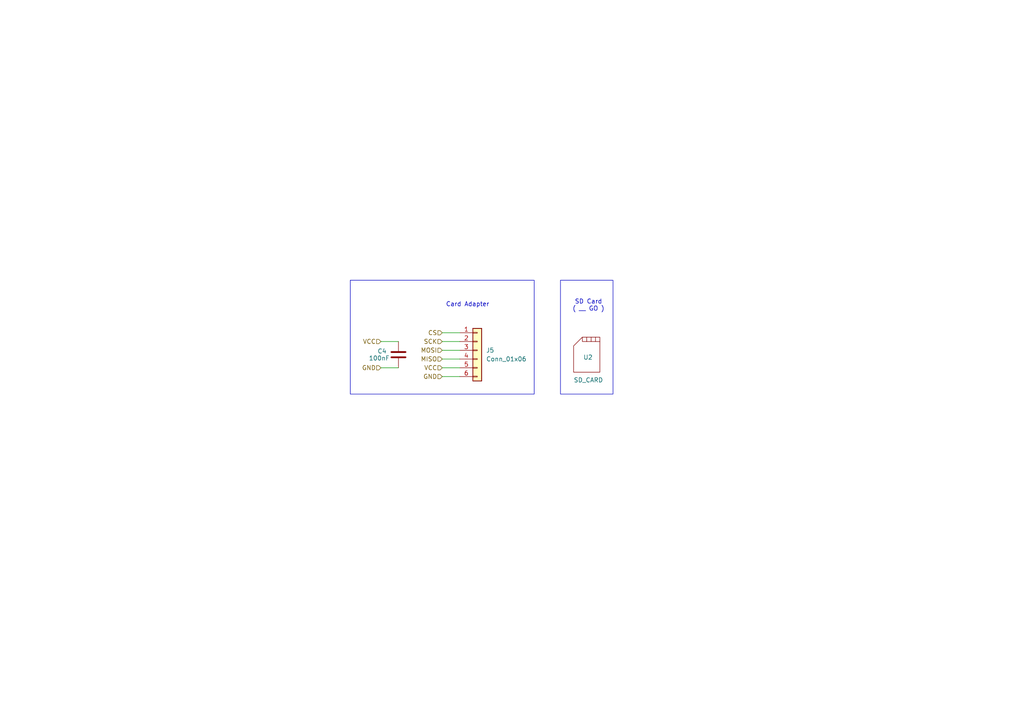
<source format=kicad_sch>
(kicad_sch (version 20250114) (generator "eeschema") (generator_version "9.0")
  (paper "A4")
  (title_block (title "Collecteur de données Animalières") (date "2025-11-28") (rev "A2") (company "Polytech Nantes - ETN4") (comment 1 "Architecture Collectuer de données") (comment 2 "Stockage Page"))
  (lib_symbols
    (symbol "CollecteurDonneLIB:SDCARD"
      (property "Reference" "U" (at 0 0 0))
      (symbol "SDCARD_0_1"
        (polyline (pts (xy -3.81 3.81) (xy -1.27 6.35) (xy 2.54 6.35) (xy 3.81 6.35) (xy 3.81 -3.81) (xy -3.81 -3.81) (xy -3.81 3.81)))
        (polyline (pts (xy 0 6.35) (xy 0 5.08) (xy 3.81 5.08)))
        (polyline (pts (xy 0 5.08) (xy -1.27 5.08) (xy -1.27 6.35)))
        (polyline (pts (xy 1.27 5.08) (xy 1.27 6.35)))
        (polyline (pts (xy 2.54 6.35) (xy 2.54 5.08)))
      )
    )
    (symbol "Connector_Generic:Conn_01x06" (pin_names (offset 1.016) (hide yes))
      (property "Reference" "J" (at 0 7.62 0))
      (property "Value" "Conn_01x06" (at 0 -10.16 0))
      (symbol "Conn_01x06_1_1"
        (rectangle (start -1.27 6.35) (end 1.27 -8.89) (stroke (width 0.254)) (fill (type background)))
        (rectangle (start -1.27 5.207) (end 0 4.953) (stroke (width 0.1524)))
        (rectangle (start -1.27 2.667) (end 0 2.413) (stroke (width 0.1524)))
        (rectangle (start -1.27 0.127) (end 0 -0.127) (stroke (width 0.1524)))
        (rectangle (start -1.27 -2.413) (end 0 -2.667) (stroke (width 0.1524)))
        (rectangle (start -1.27 -4.953) (end 0 -5.207) (stroke (width 0.1524)))
        (rectangle (start -1.27 -7.493) (end 0 -7.747) (stroke (width 0.1524)))
        (pin passive line (at -5.08 5.08 0) (length 3.81) (name "Pin_1") (number "1"))
        (pin passive line (at -5.08 2.54 0) (length 3.81) (name "Pin_2") (number "2"))
        (pin passive line (at -5.08 0 0) (length 3.81) (name "Pin_3") (number "3"))
        (pin passive line (at -5.08 -2.54 0) (length 3.81) (name "Pin_4") (number "4"))
        (pin passive line (at -5.08 -5.08 0) (length 3.81) (name "Pin_5") (number "5"))
        (pin passive line (at -5.08 -7.62 0) (length 3.81) (name "Pin_6") (number "6"))
      )
    )
    (symbol "Device:C" (pin_numbers (hide yes)) (pin_names (offset 0.254))
      (property "Reference" "C" (at 0.635 2.54 0))
      (property "Value" "C" (at 0.635 -2.54 0))
      (symbol "C_0_1"
        (polyline (pts (xy -2.032 0.762) (xy 2.032 0.762)) (stroke (width 0.508)))
        (polyline (pts (xy -2.032 -0.762) (xy 2.032 -0.762)) (stroke (width 0.508)))
      )
      (symbol "C_1_1"
        (pin passive line (at 0 3.81 270) (length 2.794) (name "~") (number "1"))
        (pin passive line (at 0 -3.81 90) (length 2.794) (name "~") (number "2"))
      )
    )
  )
  (rectangle (start 162.56 81.28) (end 177.8 114.3))
  (rectangle (start 101.6 81.28) (end 154.94 114.3))
  (text "SD Card\n( __ GO )" (at 170.688 88.646 0) (effects (font (size 1.27 1.27))))
  (text "Card Adapter\n" (at 135.636 88.392 0) (effects (font (size 1.27 1.27))))
  (wire (pts (xy 128.27 104.14) (xy 133.35 104.14)))
  (wire (pts (xy 128.27 109.22) (xy 133.35 109.22)))
  (wire (pts (xy 128.27 96.52) (xy 133.35 96.52)))
  (wire (pts (xy 110.49 99.06) (xy 115.57 99.06)))
  (wire (pts (xy 128.27 106.68) (xy 133.35 106.68)))
  (wire (pts (xy 110.49 106.68) (xy 115.57 106.68)))
  (wire (pts (xy 128.27 99.06) (xy 133.35 99.06)))
  (wire (pts (xy 128.27 101.6) (xy 133.35 101.6)))
  (hierarchical_label "MOSI" (shape input) (at 128.27 101.6 180))
  (hierarchical_label "VCC" (shape input) (at 110.49 99.06 180))
  (hierarchical_label "SCK" (shape input) (at 128.27 99.06 180))
  (hierarchical_label "GND" (shape input) (at 110.49 106.68 180))
  (hierarchical_label "GND" (shape input) (at 128.27 109.22 180))
  (hierarchical_label "MISO" (shape input) (at 128.27 104.14 180))
  (hierarchical_label "VCC" (shape input) (at 128.27 106.68 180))
  (hierarchical_label "CS" (shape input) (at 128.27 96.52 180))
  (symbol (lib_id "Connector_Generic:Conn_01x06") (at 138.43 101.6 0) (unit 1)
    (property "Reference" "J5" (at 140.97 101.5999 0) (effects (justify left)))
    (property "Value" "Conn_01x06" (at 140.97 104.1399 0) (effects (justify left)))
    (property "Description" "Generic connector, single row, 01x06, script generated (kicad-library-utils/schlib/autogen/connector/)" (effects (hide yes)))
  )
  (symbol (lib_id "CollecteurDonneLIB:SDCARD") (at 170.18 104.14 0) (unit 1) (on_board no)
    (property "Reference" "U2" (at 169.164 103.632 0) (effects (justify left)))
    (property "Value" "SD_CARD" (at 166.37 110.236 0) (effects (justify left)))
    (property "Fabricant" "Sandisk" (effects (hide yes)))
    (property "Fournisseur" "RS" (effects (hide yes)))
    (property "Ref Fabricant" "SDSQUA4-032G-GN6MA" (effects (hide yes)))
    (property "Ref Fournisseur" "283-6581" (effects (hide yes)))
  )
  (symbol (lib_id "Device:C") (at 115.57 102.87 0) (unit 1)
    (property "Reference" "C4" (at 109.474 101.854 0) (effects (justify left)))
    (property "Value" "100nF" (at 106.934 103.886 0) (effects (justify left)))
    (property "Footprint" "CollecteurDonne:C_Disc_D5.0mm_W2.5mm_P5.00mm" (effects (hide yes)))
    (property "Description" "Unpolarized capacitor" (effects (hide yes)))
    (property "Fabricant" "KEMET" (effects (hide yes)))
    (property "Fournisseur" "RS" (effects (hide yes)))
    (property "Ref Fabricant" "C0805C104K4RACTU" (effects (hide yes)))
    (property "Ref Fournisseur" "648-0957" (effects (hide yes)))
  )
)
</source>
